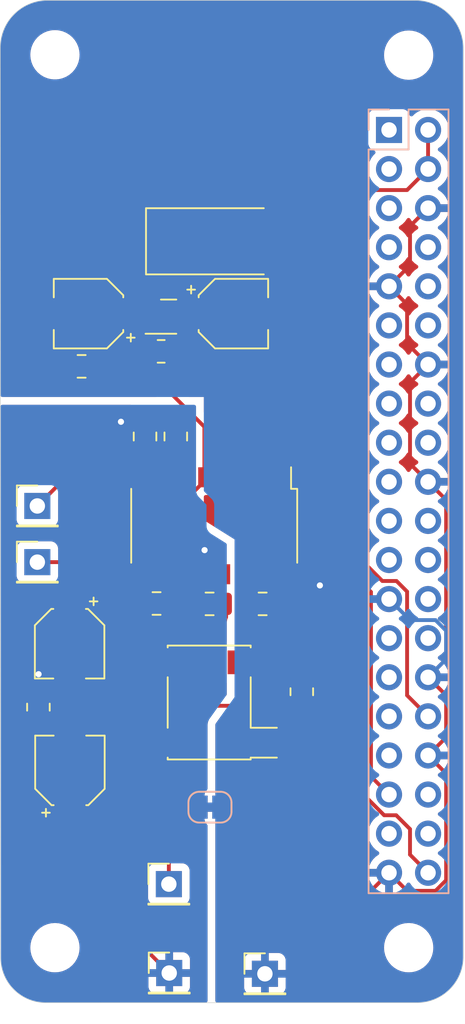
<source format=kicad_pcb>
(kicad_pcb (version 20221018) (generator pcbnew)
  (layers (0 "F.Cu" signal) (31 "B.Cu" signal) (34 "B.Paste" user) (35 "F.Paste" user) (36 "B.SilkS" user "B.Silkscreen") (37 "F.SilkS" user "F.Silkscreen") (38 "B.Mask" user) (39 "F.Mask" user) (44 "Edge.Cuts" user))
  (net 0 "")
  (net 1 "Net-(U2-MUTE_B)")
  (net 2 "GND")
  (net 3 "+3V3")
  (net 4 "GNDA")
  (net 5 "Net-(U2-VREG)")
  (net 6 "Net-(U2-NEG)")
  (net 7 "Net-(U2-CP)")
  (net 8 "Net-(U2-CN)")
  (net 9 "/AUDIO_RIGHT")
  (net 10 "/AUDIO_LEFT")
  (net 11 "/VIN")
  (net 12 "+5V")
  (net 17 "Net-(U1-OUT)")
  (net 18 "/I2S_BCLK")
  (net 19 "/I2S_LRCK")
  (net 20 "/SDA")
  (net 22 "/SCL")
  (net 23 "/GPIO4")
  (net 24 "/UART_TX")
  (net 25 "/UART_RX")
  (net 26 "/GPIO17")
  (net 27 "/GPIO18")
  (net 28 "/I2S_MCLK")
  (net 29 "/U0TXD")
  (net 30 "/U0RXD")
  (net 31 "/SPI_MOSI")
  (net 32 "/SPI_MISO")
  (net 33 "/DTR")
  (net 34 "/SPI_CLK")
  (net 35 "/SPI_CS")
  (net 36 "/GPIO7")
  (net 37 "/GPIO0")
  (net 38 "/GPIO1")
  (net 39 "/GPIO5")
  (net 40 "/GPIO6")
  (net 41 "/PWM1")
  (net 42 "/GPIO16")
  (net 43 "/RTS")
  (net 44 "/SPDIF")
  (net 45 "/I2S_DOUT")
  (net 46 "Net-(U5-EN)")
  (footprint "Package_SON:WSON-6-1EP_2x2mm_P0.65mm_EP1x1.6mm" (layer "F.Cu") (at 53.96 68.78)
    (fp_text reference "U5" hide)
    (fp_text value "LP5912-3.3DRV")
    (fp_line (start -1 1.11) (end 1 1.11) (stroke (width 0.12)) (layer "F.SilkS"))
    (fp_line (start 0 -1.11) (end 1 -1.11) (stroke (width 0.12)) (layer "F.SilkS"))
    (pad "1" smd roundrect (at -0.8875 -0.65) (size 0.375 0.4) (layers "F.Cu" "F.Paste" "F.Mask") (net 3 "+3V3"))
    (pad "2" smd roundrect (at -0.8875 0) (size 0.375 0.4) (layers "F.Cu" "F.Paste" "F.Mask"))
    (pad "3" smd roundrect (at -0.8875 0.65) (size 0.375 0.4) (layers "F.Cu" "F.Paste" "F.Mask"))
    (pad "4" smd roundrect (at 0.8875 0.65) (size 0.375 0.4) (layers "F.Cu" "F.Paste" "F.Mask") (net 46 "Net-(U5-EN)"))
    (pad "5" smd roundrect (at 0.8875 0) (size 0.375 0.4) (layers "F.Cu" "F.Paste" "F.Mask") (net 2 "GND"))
    (pad "6" smd roundrect (at 0.8875 -0.65) (size 0.375 0.4) (layers "F.Cu" "F.Paste" "F.Mask") (net 11 "/VIN"))
    (pad "7" smd rect (at 0 0) (size 1 1.6) (layers "F.Cu" "F.Mask") (net 2 "GND"))
  )
  (footprint "Resistor_SMD:R_0805_2012Metric" (layer "F.Cu") (at 63.125 93.15 -90)
    (fp_text reference "R1" hide)
    (fp_text value "100k" hide)
    (fp_line (start -0.227064 -0.735) (end 0.227064 -0.735) (stroke (width 0.12)) (layer "F.SilkS"))
    (fp_line (start -0.227064 0.735) (end 0.227064 0.735) (stroke (width 0.12)) (layer "F.SilkS"))
    (pad "1" smd roundrect (at -0.9125 0 270) (size 1.025 1.4) (layers "F.Cu" "F.Paste" "F.Mask") (roundrect_rratio 0.243902439) (net 1 "Net-(U2-MUTE_B)"))
    (pad "2" smd roundrect (at 0.9125 0 270) (size 1.025 1.4) (layers "F.Cu" "F.Paste" "F.Mask") (roundrect_rratio 0.243902439) (net 3 "+3V3"))
  )
  (footprint "Capacitor_SMD:C_0805_2012Metric" (layer "F.Cu") (at 57.1266 87.442)
    (fp_text reference "C4" hide)
    (fp_text value "1uF" hide)
    (fp_line (start -0.261252 -0.735) (end 0.261252 -0.735) (stroke (width 0.12)) (layer "F.SilkS"))
    (fp_line (start -0.261252 0.735) (end 0.261252 0.735) (stroke (width 0.12)) (layer "F.SilkS"))
    (pad "1" smd roundrect (at -0.95 0) (size 1 1.45) (layers "F.Cu" "F.Paste" "F.Mask") (net 6 "Net-(U2-NEG)"))
    (pad "2" smd roundrect (at 0.95 0) (size 1 1.45) (layers "F.Cu" "F.Paste" "F.Mask") (net 4 "GNDA"))
  )
  (footprint "Capacitor_SMD:CP_Elec_4x5.8" (layer "F.Cu") (at 58.675 68.585)
    (fp_text reference "C8" hide)
    (fp_text value "10uF/25V" hide)
    (fp_line (start -3 -1.56) (end -2.5 -1.56) (stroke (width 0.12)) (layer "F.SilkS"))
    (fp_line (start -2.75 -1.81) (end -2.75 -1.31) (stroke (width 0.12)) (layer "F.SilkS"))
    (fp_line (start -2.26 -1.195563) (end -2.26 -1.06) (stroke (width 0.12)) (layer "F.SilkS"))
    (fp_line (start -2.26 -1.195563) (end -1.195563 -2.26) (stroke (width 0.12)) (layer "F.SilkS"))
    (fp_line (start -2.26 1.195563) (end -2.26 1.06) (stroke (width 0.12)) (layer "F.SilkS"))
    (fp_line (start -2.26 1.195563) (end -1.195563 2.26) (stroke (width 0.12)) (layer "F.SilkS"))
    (fp_line (start -1.195563 -2.26) (end 2.26 -2.26) (stroke (width 0.12)) (layer "F.SilkS"))
    (fp_line (start -1.195563 2.26) (end 2.26 2.26) (stroke (width 0.12)) (layer "F.SilkS"))
    (fp_line (start 2.26 -2.26) (end 2.26 -1.06) (stroke (width 0.12)) (layer "F.SilkS"))
    (fp_line (start 2.26 2.26) (end 2.26 1.06) (stroke (width 0.12)) (layer "F.SilkS"))
    (pad "1" smd roundrect (at -1.8 0) (size 2.6 1.6) (layers "F.Cu" "F.Paste" "F.Mask") (roundrect_rratio 0.15625) (net 11 "/VIN"))
    (pad "2" smd roundrect (at 1.8 0) (size 2.6 1.6) (layers "F.Cu" "F.Paste" "F.Mask") (roundrect_rratio 0.15625) (net 2 "GND"))
  )
  (footprint "Connector_PinHeader_2.54mm:PinHeader_1x01_P2.54mm_Vertical" (layer "F.Cu") (at 60.725 111.475)
    (fp_text reference "J7" hide)
    (fp_text value "GND")
    (fp_line (start -1.33 -1.33) (end 0 -1.33) (stroke (width 0.12)) (layer "F.SilkS"))
    (fp_line (start -1.33 0) (end -1.33 -1.33) (stroke (width 0.12)) (layer "F.SilkS"))
    (fp_line (start -1.33 1.27) (end -1.33 1.33) (stroke (width 0.12)) (layer "F.SilkS"))
    (fp_line (start -1.33 1.27) (end 1.33 1.27) (stroke (width 0.12)) (layer "F.SilkS"))
    (fp_line (start -1.33 1.33) (end 1.33 1.33) (stroke (width 0.12)) (layer "F.SilkS"))
    (fp_line (start 1.33 1.27) (end 1.33 1.33) (stroke (width 0.12)) (layer "F.SilkS"))
    (pad "1" thru_hole rect (at 0 0) (size 1.7 1.7) (drill 1) (layers "*.Cu" "*.Mask") (net 2 "GND"))
  )
  (footprint "MountingHole:MountingHole_2.7mm_M2.5" (layer "F.Cu") (at 47.0662 109.7788)
    (fp_text reference "H4" hide)
    (fp_text value "MountingHole" hide)
    (pad "" np_thru_hole circle (at 0 0) (size 2.7 2.7) (drill 2.7) (layers "*.Cu" "*.Mask"))
  )
  (footprint "Connector_PinHeader_2.54mm:PinHeader_1x01_P2.54mm_Vertical" (layer "F.Cu") (at 45.92 81.08)
    (fp_text reference "J3" hide)
    (fp_text value "RIGHT" hide)
    (fp_line (start -1.33 -1.33) (end 0 -1.33) (stroke (width 0.12)) (layer "F.SilkS"))
    (fp_line (start -1.33 0) (end -1.33 -1.33) (stroke (width 0.12)) (layer "F.SilkS"))
    (fp_line (start -1.33 1.27) (end -1.33 1.33) (stroke (width 0.12)) (layer "F.SilkS"))
    (fp_line (start -1.33 1.27) (end 1.33 1.27) (stroke (width 0.12)) (layer "F.SilkS"))
    (fp_line (start -1.33 1.33) (end 1.33 1.33) (stroke (width 0.12)) (layer "F.SilkS"))
    (fp_line (start 1.33 1.27) (end 1.33 1.33) (stroke (width 0.12)) (layer "F.SilkS"))
    (pad "1" thru_hole rect (at 0 0) (size 1.7 1.7) (drill 1) (layers "*.Cu" "*.Mask") (net 9 "/AUDIO_RIGHT"))
  )
  (footprint "Capacitor_SMD:CP_Elec_4x5.8" (layer "F.Cu") (at 48.04 98.26 90)
    (fp_text reference "C3" hide)
    (fp_text value "10uF/25V" hide)
    (fp_line (start -3 -1.56) (end -2.5 -1.56) (stroke (width 0.12)) (layer "F.SilkS"))
    (fp_line (start -2.75 -1.81) (end -2.75 -1.31) (stroke (width 0.12)) (layer "F.SilkS"))
    (fp_line (start -2.26 -1.195563) (end -2.26 -1.06) (stroke (width 0.12)) (layer "F.SilkS"))
    (fp_line (start -2.26 -1.195563) (end -1.195563 -2.26) (stroke (width 0.12)) (layer "F.SilkS"))
    (fp_line (start -2.26 1.195563) (end -2.26 1.06) (stroke (width 0.12)) (layer "F.SilkS"))
    (fp_line (start -2.26 1.195563) (end -1.195563 2.26) (stroke (width 0.12)) (layer "F.SilkS"))
    (fp_line (start -1.195563 -2.26) (end 2.26 -2.26) (stroke (width 0.12)) (layer "F.SilkS"))
    (fp_line (start -1.195563 2.26) (end 2.26 2.26) (stroke (width 0.12)) (layer "F.SilkS"))
    (fp_line (start 2.26 -2.26) (end 2.26 -1.06) (stroke (width 0.12)) (layer "F.SilkS"))
    (fp_line (start 2.26 2.26) (end 2.26 1.06) (stroke (width 0.12)) (layer "F.SilkS"))
    (pad "1" smd roundrect (at -1.8 0 90) (size 2.6 1.6) (layers "F.Cu" "F.Paste" "F.Mask") (roundrect_rratio 0.15625) (net 5 "Net-(U2-VREG)"))
    (pad "2" smd roundrect (at 1.8 0 90) (size 2.6 1.6) (layers "F.Cu" "F.Paste" "F.Mask") (roundrect_rratio 0.15625) (net 4 "GNDA"))
  )
  (footprint "MountingHole:MountingHole_2.7mm_M2.5" (layer "F.Cu") (at 70.0786 109.7788)
    (fp_text reference "H3" hide)
    (fp_text value "MountingHole" hide)
    (pad "" np_thru_hole circle (at 0 0) (size 2.7 2.7) (drill 2.7) (layers "*.Cu" "*.Mask"))
  )
  (footprint "MountingHole:MountingHole_2.7mm_M2.5" (layer "F.Cu") (at 47.0662 51.7652)
    (fp_text reference "H1" hide)
    (fp_text value "MountingHole" hide)
    (pad "" np_thru_hole circle (at 0 0) (size 2.7 2.7) (drill 2.7) (layers "*.Cu" "*.Mask"))
  )
  (footprint "Jumper:SolderJumper-2_P1.3mm_Bridged_RoundedPad1.0x1.5mm" (layer "F.Cu") (at 57.15 100.65 180)
    (fp_text reference "NT1" hide)
    (fp_text value "NetTie_2" hide)
    (fp_poly (pts (xy 0.25 -0.3) (xy -0.25 -0.3) (xy -0.25 0.3) (xy 0.25 0.3)) (fill solid) (layer "F.Cu"))
    (fp_line (start -1.4 0.3) (end -1.4 -0.3) (stroke (width 0.12)) (layer "F.SilkS"))
    (fp_line (start -0.7 -1) (end 0.7 -1) (stroke (width 0.12)) (layer "F.SilkS"))
    (fp_line (start 0.7 1) (end -0.7 1) (stroke (width 0.12)) (layer "F.SilkS"))
    (fp_line (start 1.4 -0.3) (end 1.4 0.3) (stroke (width 0.12)) (layer "F.SilkS"))
    (fp_arc (start -1.4 -0.3) (mid -1.194975 -0.794975) (end -0.7 -1) (stroke (width 0.12)) (layer "F.SilkS"))
    (fp_arc (start -0.7 1) (mid -1.194975 0.794975) (end -1.4 0.3) (stroke (width 0.12)) (layer "F.SilkS"))
    (fp_arc (start 0.7 -1) (mid 1.194975 -0.794975) (end 1.4 -0.3) (stroke (width 0.12)) (layer "F.SilkS"))
    (fp_arc (start 1.4 0.3) (mid 1.194975 0.794975) (end 0.7 1) (stroke (width 0.12)) (layer "F.SilkS"))
    (pad "1" smd custom (at -0.65 0 180) (size 1 0.5) (layers "F.Cu" "F.Mask") (net 2 "GND") (options (clearance outline) (anchor rect)) (primitives (gr_circle (center 0 0.25) (end 0.5 0.25) (width 0) (fill yes)) (gr_circle (center 0 -0.25) (end 0.5 -0.25) (width 0) (fill yes)) (gr_poly (pts (xy 0.5 0.75) (xy 0 0.75) (xy 0 -0.75) (xy 0.5 -0.75)) (width 0) (fill yes))))
    (pad "2" smd custom (at 0.65 0 180) (size 1 0.5) (layers "F.Cu" "F.Mask") (net 4 "GNDA") (options (clearance outline) (anchor rect)) (primitives (gr_circle (center 0 0.25) (end 0.5 0.25) (width 0) (fill yes)) (gr_circle (center 0 -0.25) (end 0.5 -0.25) (width 0) (fill yes)) (gr_poly (pts (xy 0 0.75) (xy -0.5 0.75) (xy -0.5 -0.75) (xy 0 -0.75)) (width 0) (fill yes))))
  )
  (footprint "Capacitor_SMD:CP_Elec_4x5.8" (layer "F.Cu") (at 48.02 90.03 -90)
    (fp_text reference "C2" hide)
    (fp_text value "2.2uF/50V" hide)
    (fp_line (start -3 -1.56) (end -2.5 -1.56) (stroke (width 0.12)) (layer "F.SilkS"))
    (fp_line (start -2.75 -1.81) (end -2.75 -1.31) (stroke (width 0.12)) (layer "F.SilkS"))
    (fp_line (start -2.26 -1.195563) (end -2.26 -1.06) (stroke (width 0.12)) (layer "F.SilkS"))
    (fp_line (start -2.26 -1.195563) (end -1.195563 -2.26) (stroke (width 0.12)) (layer "F.SilkS"))
    (fp_line (start -2.26 1.195563) (end -2.26 1.06) (stroke (width 0.12)) (layer "F.SilkS"))
    (fp_line (start -2.26 1.195563) (end -1.195563 2.26) (stroke (width 0.12)) (layer "F.SilkS"))
    (fp_line (start -1.195563 -2.26) (end 2.26 -2.26) (stroke (width 0.12)) (layer "F.SilkS"))
    (fp_line (start -1.195563 2.26) (end 2.26 2.26) (stroke (width 0.12)) (layer "F.SilkS"))
    (fp_line (start 2.26 -2.26) (end 2.26 -1.06) (stroke (width 0.12)) (layer "F.SilkS"))
    (fp_line (start 2.26 2.26) (end 2.26 1.06) (stroke (width 0.12)) (layer "F.SilkS"))
    (pad "1" smd roundrect (at -1.8 0 270) (size 2.6 1.6) (layers "F.Cu" "F.Paste" "F.Mask") (roundrect_rratio 0.15625) (net 3 "+3V3"))
    (pad "2" smd roundrect (at 1.8 0 270) (size 2.6 1.6) (layers "F.Cu" "F.Paste" "F.Mask") (roundrect_rratio 0.15625) (net 4 "GNDA"))
  )
  (footprint "Capacitor_SMD:CP_Elec_4x5.8" (layer "F.Cu") (at 49.25 68.585 180)
    (fp_text reference "C9" hide)
    (fp_text value "10uF/25V" hide)
    (fp_line (start -3 -1.56) (end -2.5 -1.56) (stroke (width 0.12)) (layer "F.SilkS"))
    (fp_line (start -2.75 -1.81) (end -2.75 -1.31) (stroke (width 0.12)) (layer "F.SilkS"))
    (fp_line (start -2.26 -1.195563) (end -2.26 -1.06) (stroke (width 0.12)) (layer "F.SilkS"))
    (fp_line (start -2.26 -1.195563) (end -1.195563 -2.26) (stroke (width 0.12)) (layer "F.SilkS"))
    (fp_line (start -2.26 1.195563) (end -2.26 1.06) (stroke (width 0.12)) (layer "F.SilkS"))
    (fp_line (start -2.26 1.195563) (end -1.195563 2.26) (stroke (width 0.12)) (layer "F.SilkS"))
    (fp_line (start -1.195563 -2.26) (end 2.26 -2.26) (stroke (width 0.12)) (layer "F.SilkS"))
    (fp_line (start -1.195563 2.26) (end 2.26 2.26) (stroke (width 0.12)) (layer "F.SilkS"))
    (fp_line (start 2.26 -2.26) (end 2.26 -1.06) (stroke (width 0.12)) (layer "F.SilkS"))
    (fp_line (start 2.26 2.26) (end 2.26 1.06) (stroke (width 0.12)) (layer "F.SilkS"))
    (pad "1" smd roundrect (at -1.8 0 180) (size 2.6 1.6) (layers "F.Cu" "F.Paste" "F.Mask") (roundrect_rratio 0.15625) (net 3 "+3V3"))
    (pad "2" smd roundrect (at 1.8 0 180) (size 2.6 1.6) (layers "F.Cu" "F.Paste" "F.Mask") (roundrect_rratio 0.15625) (net 2 "GND"))
  )
  (footprint "Capacitor_SMD:C_0805_2012Metric" (layer "F.Cu") (at 60.5766 87.442 180)
    (fp_text reference "C1" hide)
    (fp_text value "2.2uF" hide)
    (fp_line (start -0.261252 -0.735) (end 0.261252 -0.735) (stroke (width 0.12)) (layer "F.SilkS"))
    (fp_line (start -0.261252 0.735) (end 0.261252 0.735) (stroke (width 0.12)) (layer "F.SilkS"))
    (pad "1" smd roundrect (at -0.95 0 180) (size 1 1.45) (layers "F.Cu" "F.Paste" "F.Mask") (net 1 "Net-(U2-MUTE_B)"))
    (pad "2" smd roundrect (at 0.95 0 180) (size 1 1.45) (layers "F.Cu" "F.Paste" "F.Mask") (net 2 "GND"))
  )
  (footprint "Diode_SMD:D_SMA-SMB_Universal_Handsoldering" (layer "F.Cu") (at 57.95 63.885)
    (fp_text reference "D1" hide)
    (fp_text value "1N5822/SS34/SMA" hide)
    (fp_line (start -4.96 -2.15) (end -4.96 2.15) (stroke (width 0.12)) (layer "F.SilkS"))
    (fp_line (start -4.96 -2.15) (end 2.7 -2.15) (stroke (width 0.12)) (layer "F.SilkS"))
    (fp_line (start -4.96 2.15) (end 2.7 2.15) (stroke (width 0.12)) (layer "F.SilkS"))
    (pad "1" smd trapezoid (at -2.9 0) (size 3.6 1.7) (rect_delta 0.6 0) (layers "F.Cu" "F.Paste" "F.Mask") (net 11 "/VIN"))
    (pad "2" smd trapezoid (at 2.9 0 180) (size 3.6 1.7) (rect_delta 0.6 0) (layers "F.Cu" "F.Paste" "F.Mask") (net 12 "+5V"))
  )
  (footprint "Capacitor_SMD:C_0805_2012Metric" (layer "F.Cu") (at 53.6766 87.417)
    (fp_text reference "C5" hide)
    (fp_text value "1uF" hide)
    (fp_line (start -0.261252 -0.735) (end 0.261252 -0.735) (stroke (width 0.12)) (layer "F.SilkS"))
    (fp_line (start -0.261252 0.735) (end 0.261252 0.735) (stroke (width 0.12)) (layer "F.SilkS"))
    (pad "1" smd roundrect (at -0.95 0) (size 1 1.45) (layers "F.Cu" "F.Paste" "F.Mask") (net 7 "Net-(U2-CP)"))
    (pad "2" smd roundrect (at 0.95 0) (size 1 1.45) (layers "F.Cu" "F.Paste" "F.Mask") (net 8 "Net-(U2-CN)"))
  )
  (footprint "Capacitor_SMD:C_0805_2012Metric" (layer "F.Cu") (at 52.9266 76.567 90)
    (fp_text reference "C6" hide)
    (fp_text value "4.7nF" hide)
    (fp_line (start -0.261252 -0.735) (end 0.261252 -0.735) (stroke (width 0.12)) (layer "F.SilkS"))
    (fp_line (start -0.261252 0.735) (end 0.261252 0.735) (stroke (width 0.12)) (layer "F.SilkS"))
    (pad "1" smd roundrect (at -0.95 0 90) (size 1 1.45) (layers "F.Cu" "F.Paste" "F.Mask") (net 9 "/AUDIO_RIGHT"))
    (pad "2" smd roundrect (at 0.95 0 90) (size 1 1.45) (layers "F.Cu" "F.Paste" "F.Mask") (net 4 "GNDA"))
  )
  (footprint "Connector_PinHeader_2.54mm:PinHeader_1x01_P2.54mm_Vertical" (layer "F.Cu") (at 54.5 111.425)
    (fp_text reference "J8" hide)
    (fp_text value "GNDA")
    (fp_line (start -1.33 -1.33) (end 0 -1.33) (stroke (width 0.12)) (layer "F.SilkS"))
    (fp_line (start -1.33 0) (end -1.33 -1.33) (stroke (width 0.12)) (layer "F.SilkS"))
    (fp_line (start -1.33 1.27) (end -1.33 1.33) (stroke (width 0.12)) (layer "F.SilkS"))
    (fp_line (start -1.33 1.27) (end 1.33 1.27) (stroke (width 0.12)) (layer "F.SilkS"))
    (fp_line (start -1.33 1.33) (end 1.33 1.33) (stroke (width 0.12)) (layer "F.SilkS"))
    (fp_line (start 1.33 1.27) (end 1.33 1.33) (stroke (width 0.12)) (layer "F.SilkS"))
    (pad "1" thru_hole rect (at 0 0) (size 1.7 1.7) (drill 1) (layers "*.Cu" "*.Mask") (net 4 "GNDA"))
  )
  (footprint "Capacitor_SMD:C_0805_2012Metric" (layer "F.Cu") (at 54.9266 76.567 90)
    (fp_text reference "C7" hide)
    (fp_text value "4.7nF" hide)
    (fp_line (start -0.261252 -0.735) (end 0.261252 -0.735) (stroke (width 0.12)) (layer "F.SilkS"))
    (fp_line (start -0.261252 0.735) (end 0.261252 0.735) (stroke (width 0.12)) (layer "F.SilkS"))
    (pad "1" smd roundrect (at -0.95 0 90) (size 1 1.45) (layers "F.Cu" "F.Paste" "F.Mask") (net 10 "/AUDIO_LEFT"))
    (pad "2" smd roundrect (at 0.95 0 90) (size 1 1.45) (layers "F.Cu" "F.Paste" "F.Mask") (net 4 "GNDA"))
  )
  (footprint "Connector_PinHeader_2.54mm:PinHeader_1x01_P2.54mm_Vertical" (layer "F.Cu") (at 45.92 84.73)
    (fp_text reference "J2" hide)
    (fp_text value "LEFT" hide)
    (fp_line (start -1.33 -1.33) (end 0 -1.33) (stroke (width 0.12)) (layer "F.SilkS"))
    (fp_line (start -1.33 0) (end -1.33 -1.33) (stroke (width 0.12)) (layer "F.SilkS"))
    (fp_line (start -1.33 1.27) (end -1.33 1.33) (stroke (width 0.12)) (layer "F.SilkS"))
    (fp_line (start -1.33 1.27) (end 1.33 1.27) (stroke (width 0.12)) (layer "F.SilkS"))
    (fp_line (start -1.33 1.33) (end 1.33 1.33) (stroke (width 0.12)) (layer "F.SilkS"))
    (fp_line (start 1.33 1.27) (end 1.33 1.33) (stroke (width 0.12)) (layer "F.SilkS"))
    (pad "1" thru_hole rect (at 0 0) (size 1.7 1.7) (drill 1) (layers "*.Cu" "*.Mask") (net 10 "/AUDIO_LEFT"))
  )
  (footprint "Capacitor_SMD:C_0805_2012Metric" (layer "F.Cu") (at 48.8 72.01 180)
    (fp_text reference "C10" hide)
    (fp_text value "1uF" hide)
    (fp_line (start -0.261252 -0.735) (end 0.261252 -0.735) (stroke (width 0.12)) (layer "F.SilkS"))
    (fp_line (start -0.261252 0.735) (end 0.261252 0.735) (stroke (width 0.12)) (layer "F.SilkS"))
    (pad "1" smd roundrect (at -0.95 0 180) (size 1 1.45) (layers "F.Cu" "F.Paste" "F.Mask") (net 3 "+3V3"))
    (pad "2" smd roundrect (at 0.95 0 180) (size 1 1.45) (layers "F.Cu" "F.Paste" "F.Mask") (net 2 "GND"))
  )
  (footprint "Package_SO:SOP-16_4.4x10.4mm_P1.27mm" (layer "F.Cu") (at 57.4266 82.367 -90)
    (fp_text reference "U2" hide)
    (fp_text value "ES9023" hide)
    (fp_line (start -2.4 -5.4) (end -2.4 -5) (stroke (width 0.12)) (layer "F.SilkS"))
    (fp_line (start -2.4 -5.4) (end 2.4 -5.4) (stroke (width 0.12)) (layer "F.SilkS"))
    (fp_line (start -2.4 -5) (end -3.8 -5) (stroke (width 0.12)) (layer "F.SilkS"))
    (fp_line (start -2.4 5.4) (end 2.4 5.4) (stroke (width 0.12)) (layer "F.SilkS"))
    (pad "1" smd rect (at -3.15 -4.45 270) (size 1.3 0.8) (layers "F.Cu" "F.Paste" "F.Mask") (net 18 "/I2S_BCLK"))
    (pad "2" smd rect (at -3.15 -3.17 270) (size 1.3 0.8) (layers "F.Cu" "F.Paste" "F.Mask") (net 19 "/I2S_LRCK"))
    (pad "3" smd rect (at -3.15 -1.91 270) (size 1.3 0.8) (layers "F.Cu" "F.Paste" "F.Mask") (net 45 "/I2S_DOUT"))
    (pad "4" smd rect (at -3.15 -0.64 270) (size 1.3 0.8) (layers "F.Cu" "F.Paste" "F.Mask") (net 2 "GND"))
    (pad "5" smd rect (at -3.15 0.64 270) (size 1.3 0.8) (layers "F.Cu" "F.Paste" "F.Mask") (net 3 "+3V3"))
    (pad "6" smd rect (at -3.15 1.91 270) (size 1.3 0.8) (layers "F.Cu" "F.Paste" "F.Mask") (net 5 "Net-(U2-VREG)"))
    (pad "7" smd rect (at -3.15 3.17 270) (size 1.3 0.8) (layers "F.Cu" "F.Paste" "F.Mask") (net 10 "/AUDIO_LEFT"))
    (pad "8" smd rect (at -3.15 4.45 270) (size 1.3 0.8) (layers "F.Cu" "F.Paste" "F.Mask") (net 9 "/AUDIO_RIGHT"))
    (pad "9" smd rect (at 3.15 4.45 270) (size 1.3 0.8) (layers "F.Cu" "F.Paste" "F.Mask") (net 7 "Net-(U2-CP)"))
    (pad "10" smd rect (at 3.15 3.17 270) (size 1.3 0.8) (layers "F.Cu" "F.Paste" "F.Mask") (net 8 "Net-(U2-CN)"))
    (pad "11" smd rect (at 3.15 1.91 270) (size 1.3 0.8) (layers "F.Cu" "F.Paste" "F.Mask") (net 6 "Net-(U2-NEG)"))
    (pad "12" smd rect (at 3.15 0.64 270) (size 1.3 0.8) (layers "F.Cu" "F.Paste" "F.Mask") (net 4 "GNDA"))
    (pad "13" smd rect (at 3.15 -0.64 270) (size 1.3 0.8) (layers "F.Cu" "F.Paste" "F.Mask") (net 17 "Net-(U1-OUT)"))
    (pad "14" smd rect (at 3.15 -1.91 270) (size 1.3 0.8) (layers "F.Cu" "F.Paste" "F.Mask") (net 2 "GND"))
    (pad "15" smd rect (at 3.15 -3.17 270) (size 1.3 0.8) (layers "F.Cu" "F.Paste" "F.Mask") (net 1 "Net-(U2-MUTE_B)"))
    (pad "16" smd rect (at 3.15 -4.45 270) (size 1.3 0.8) (layers "F.Cu" "F.Paste" "F.Mask"))
  )
  (footprint "MountingHole:MountingHole_2.7mm_M2.5" (layer "F.Cu") (at 70.0786 51.7906)
    (fp_text reference "H2" hide)
    (fp_text value "MountingHole" hide)
    (pad "" np_thru_hole circle (at 0 0) (size 2.7 2.7) (drill 2.7) (layers "*.Cu" "*.Mask"))
  )
  (footprint "Connector_PinHeader_2.54mm:PinHeader_1x01_P2.54mm_Vertical" (layer "F.Cu") (at 54.475 105.65)
    (fp_text reference "J6" hide)
    (fp_text value "3v3")
    (fp_line (start -1.33 -1.33) (end 0 -1.33) (stroke (width 0.12)) (layer "F.SilkS"))
    (fp_line (start -1.33 0) (end -1.33 -1.33) (stroke (width 0.12)) (layer "F.SilkS"))
    (fp_line (start -1.33 1.27) (end -1.33 1.33) (stroke (width 0.12)) (layer "F.SilkS"))
    (fp_line (start -1.33 1.27) (end 1.33 1.27) (stroke (width 0.12)) (layer "F.SilkS"))
    (fp_line (start -1.33 1.33) (end 1.33 1.33) (stroke (width 0.12)) (layer "F.SilkS"))
    (fp_line (start 1.33 1.27) (end 1.33 1.33) (stroke (width 0.12)) (layer "F.SilkS"))
    (pad "1" thru_hole rect (at 0 0) (size 1.7 1.7) (drill 1) (layers "*.Cu" "*.Mask") (net 3 "+3V3"))
  )
  (footprint "Resistor_SMD:R_0805_2012Metric" (layer "F.Cu") (at 45.99 94.15 -90)
    (fp_text reference "R2" hide)
    (fp_text value "220k" hide)
    (fp_line (start -0.227064 -0.735) (end 0.227064 -0.735) (stroke (width 0.12)) (layer "F.SilkS"))
    (fp_line (start -0.227064 0.735) (end 0.227064 0.735) (stroke (width 0.12)) (layer "F.SilkS"))
    (pad "1" smd roundrect (at -0.9125 0 270) (size 1.025 1.4) (layers "F.Cu" "F.Paste" "F.Mask") (roundrect_rratio 0.243902439) (net 4 "GNDA"))
    (pad "2" smd roundrect (at 0.9125 0 270) (size 1.025 1.4) (layers "F.Cu" "F.Paste" "F.Mask") (roundrect_rratio 0.243902439) (net 5 "Net-(U2-VREG)"))
  )
  (footprint "Oscillator:Oscillator_SMD_Fordahl_DFAS11-4Pin_7.0x5.0mm_HandSoldering" (layer "F.Cu") (at 57.1 93.85 90)
    (fp_text reference "U1" hide)
    (fp_text value "TCXO 49.152 MHz" hide)
    (fp_line (start -3.7 -2.7) (end -3.58 -2.7) (stroke (width 0.12)) (layer "F.SilkS"))
    (fp_line (start -3.7 2.7) (end -3.7 -2.7) (stroke (width 0.12)) (layer "F.SilkS"))
    (fp_line (start -3.58 2.7) (end -3.7 2.7) (stroke (width 0.12)) (layer "F.SilkS"))
    (fp_line (start -3.58 4.4) (end -3.58 2.7) (stroke (width 0.12)) (layer "F.SilkS"))
    (fp_line (start -1.64 -2.7) (end 1.64 -2.7) (stroke (width 0.12)) (layer "F.SilkS"))
    (fp_line (start -1.64 2.7) (end -1.64 4.4) (stroke (width 0.12)) (layer "F.SilkS"))
    (fp_line (start 1.64 2.7) (end -1.64 2.7) (stroke (width 0.12)) (layer "F.SilkS"))
    (fp_line (start 3.58 -2.7) (end 3.7 -2.7) (stroke (width 0.12)) (layer "F.SilkS"))
    (fp_line (start 3.7 -2.7) (end 3.7 2.7) (stroke (width 0.12)) (layer "F.SilkS"))
    (fp_line (start 3.7 2.7) (end 3.58 2.7) (stroke (width 0.12)) (layer "F.SilkS"))
    (pad "1" smd rect (at -2.61 2.7 90) (size 1.54 3) (layers "F.Cu" "F.Paste" "F.Mask"))
    (pad "2" smd rect (at 2.61 2.7 90) (size 1.54 3) (layers "F.Cu" "F.Paste" "F.Mask") (net 2 "GND"))
    (pad "3" smd rect (at 2.61 -2.7 90) (size 1.54 3) (layers "F.Cu" "F.Paste" "F.Mask") (net 17 "Net-(U1-OUT)"))
    (pad "4" smd rect (at -2.61 -2.7 90) (size 1.54 3) (layers "F.Cu" "F.Paste" "F.Mask") (net 3 "+3V3"))
  )
  (footprint "Resistor_SMD:R_0805_2012Metric" (layer "F.Cu") (at 53.975 71.035)
    (fp_text reference "R3" hide)
    (fp_text value "100k" hide)
    (fp_line (start -0.227064 -0.735) (end 0.227064 -0.735) (stroke (width 0.12)) (layer "F.SilkS"))
    (fp_line (start -0.227064 0.735) (end 0.227064 0.735) (stroke (width 0.12)) (layer "F.SilkS"))
    (pad "1" smd roundrect (at -0.9125 0) (size 1.025 1.4) (layers "F.Cu" "F.Paste" "F.Mask") (roundrect_rratio 0.243902439) (net 46 "Net-(U5-EN)"))
    (pad "2" smd roundrect (at 0.9125 0) (size 1.025 1.4) (layers "F.Cu" "F.Paste" "F.Mask") (roundrect_rratio 0.243902439) (net 11 "/VIN"))
  )
  (footprint "Jumper:SolderJumper-2_P1.3mm_Bridged_RoundedPad1.0x1.5mm" (layer "B.Cu") (at 57.15 100.65 180)
    (fp_text reference "NT2" hide)
    (fp_text value "NetTie_2" hide)
    (fp_poly (pts (xy 0.25 0.3) (xy -0.25 0.3) (xy -0.25 -0.3) (xy 0.25 -0.3)) (fill solid) (layer "B.Cu"))
    (fp_line (start -1.4 -0.3) (end -1.4 0.3) (stroke (width 0.12)) (layer "B.SilkS"))
    (fp_line (start -0.7 1) (end 0.7 1) (stroke (width 0.12)) (layer "B.SilkS"))
    (fp_line (start 0.7 -1) (end -0.7 -1) (stroke (width 0.12)) (layer "B.SilkS"))
    (fp_line (start 1.4 0.3) (end 1.4 -0.3) (stroke (width 0.12)) (layer "B.SilkS"))
    (fp_arc (start -1.4 -0.3) (mid -1.194975 -0.794975) (end -0.7 -1) (stroke (width 0.12)) (layer "B.SilkS"))
    (fp_arc (start -0.7 1) (mid -1.194975 0.794975) (end -1.4 0.3) (stroke (width 0.12)) (layer "B.SilkS"))
    (fp_arc (start 0.7 -1) (mid 1.194975 -0.794975) (end 1.4 -0.3) (stroke (width 0.12)) (layer "B.SilkS"))
    (fp_arc (start 1.4 0.3) (mid 1.194975 0.794975) (end 0.7 1) (stroke (width 0.12)) (layer "B.SilkS"))
    (pad "1" smd custom (at -0.65 0 180) (size 1 0.5) (layers "B.Cu" "B.Mask") (net 2 "GND") (options (clearance outline) (anchor rect)) (primitives (gr_circle (center 0 -0.25) (end 0.5 -0.25) (width 0) (fill yes)) (gr_circle (center 0 0.25) (end 0.5 0.25) (width 0) (fill yes)) (gr_poly (pts (xy 0.5 -0.75) (xy 0 -0.75) (xy 0 0.75) (xy 0.5 0.75)) (width 0) (fill yes))))
    (pad "2" smd custom (at 0.65 0 180) (size 1 0.5) (layers "B.Cu" "B.Mask") (net 4 "GNDA") (options (clearance outline) (anchor rect)) (primitives (gr_circle (center 0 -0.25) (end 0.5 -0.25) (width 0) (fill yes)) (gr_circle (center 0 0.25) (end 0.5 0.25) (width 0) (fill yes)) (gr_poly (pts (xy 0 -0.75) (xy -0.5 -0.75) (xy -0.5 0.75) (xy 0 0.75)) (width 0) (fill yes))))
  )
  (footprint "Connector_PinSocket_2.54mm:PinSocket_2x20_P2.54mm_Vertical" (layer "B.Cu") (at 68.8 56.65 180)
    (fp_text reference "J1" hide)
    (fp_text value "Raspberry_Pi_2_3" hide)
    (fp_line (start -3.87 -49.59) (end 1.33 -49.59) (stroke (width 0.12)) (layer "B.SilkS"))
    (fp_line (start -3.87 1.33) (end -3.87 -49.59) (stroke (width 0.12)) (layer "B.SilkS"))
    (fp_line (start -3.87 1.33) (end -1.27 1.33) (stroke (width 0.12)) (layer "B.SilkS"))
    (fp_line (start -1.27 -1.27) (end 1.33 -1.27) (stroke (width 0.12)) (layer "B.SilkS"))
    (fp_line (start -1.27 1.33) (end -1.27 -1.27) (stroke (width 0.12)) (layer "B.SilkS"))
    (fp_line (start 0 1.33) (end 1.33 1.33) (stroke (width 0.12)) (layer "B.SilkS"))
    (fp_line (start 1.33 -1.27) (end 1.33 -49.59) (stroke (width 0.12)) (layer "B.SilkS"))
    (fp_line (start 1.33 1.33) (end 1.33 0) (stroke (width 0.12)) (layer "B.SilkS"))
    (pad "1" thru_hole rect (at 0 0 180) (size 1.7 1.7) (drill 1) (layers "*.Cu" "*.Mask"))
    (pad "2" thru_hole oval (at -2.54 0 180) (size 1.7 1.7) (drill 1) (layers "*.Cu" "*.Mask") (net 12 "+5V"))
    (pad "3" thru_hole oval (at 0 -2.54 180) (size 1.7 1.7) (drill 1) (layers "*.Cu" "*.Mask") (net 20 "/SDA"))
    (pad "4" thru_hole oval (at -2.54 -2.54 180) (size 1.7 1.7) (drill 1) (layers "*.Cu" "*.Mask") (net 12 "+5V"))
    (pad "5" thru_hole oval (at 0 -5.08 180) (size 1.7 1.7) (drill 1) (layers "*.Cu" "*.Mask") (net 22 "/SCL"))
    (pad "6" thru_hole oval (at -2.54 -5.08 180) (size 1.7 1.7) (drill 1) (layers "*.Cu" "*.Mask") (net 2 "GND"))
    (pad "7" thru_hole oval (at 0 -7.62 180) (size 1.7 1.7) (drill 1) (layers "*.Cu" "*.Mask") (net 23 "/GPIO4"))
    (pad "8" thru_hole oval (at -2.54 -7.62 180) (size 1.7 1.7) (drill 1) (layers "*.Cu" "*.Mask") (net 24 "/UART_TX"))
    (pad "9" thru_hole oval (at 0 -10.16 180) (size 1.7 1.7) (drill 1) (layers "*.Cu" "*.Mask") (net 2 "GND"))
    (pad "10" thru_hole oval (at -2.54 -10.16 180) (size 1.7 1.7) (drill 1) (layers "*.Cu" "*.Mask") (net 25 "/UART_RX"))
    (pad "11" thru_hole oval (at 0 -12.7 180) (size 1.7 1.7) (drill 1) (layers "*.Cu" "*.Mask") (net 26 "/GPIO17"))
    (pad "12" thru_hole oval (at -2.54 -12.7 180) (size 1.7 1.7) (drill 1) (layers "*.Cu" "*.Mask") (net 27 "/GPIO18"))
    (pad "13" thru_hole oval (at 0 -15.24 180) (size 1.7 1.7) (drill 1) (layers "*.Cu" "*.Mask"))
    (pad "14" thru_hole oval (at -2.54 -15.24 180) (size 1.7 1.7) (drill 1) (layers "*.Cu" "*.Mask") (net 2 "GND"))
    (pad "15" thru_hole oval (at 0 -17.78 180) (size 1.7 1.7) (drill 1) (layers "*.Cu" "*.Mask") (net 28 "/I2S_MCLK"))
    (pad "16" thru_hole oval (at -2.54 -17.78 180) (size 1.7 1.7) (drill 1) (layers "*.Cu" "*.Mask") (net 29 "/U0TXD"))
    (pad "17" thru_hole oval (at 0 -20.32 180) (size 1.7 1.7) (drill 1) (layers "*.Cu" "*.Mask"))
    (pad "18" thru_hole oval (at -2.54 -20.32 180) (size 1.7 1.7) (drill 1) (layers "*.Cu" "*.Mask") (net 30 "/U0RXD"))
    (pad "19" thru_hole oval (at 0 -22.86 180) (size 1.7 1.7) (drill 1) (layers "*.Cu" "*.Mask") (net 31 "/SPI_MOSI"))
    (pad "20" thru_hole oval (at -2.54 -22.86 180) (size 1.7 1.7) (drill 1) (layers "*.Cu" "*.Mask") (net 2 "GND"))
    (pad "21" thru_hole oval (at 0 -25.4 180) (size 1.7 1.7) (drill 1) (layers "*.Cu" "*.Mask") (net 32 "/SPI_MISO"))
    (pad "22" thru_hole oval (at -2.54 -25.4 180) (size 1.7 1.7) (drill 1) (layers "*.Cu" "*.Mask") (net 33 "/DTR"))
    (pad "23" thru_hole oval (at 0 -27.94 180) (size 1.7 1.7) (drill 1) (layers "*.Cu" "*.Mask") (net 34 "/SPI_CLK"))
    (pad "24" thru_hole oval (at -2.54 -27.94 180) (size 1.7 1.7) (drill 1) (layers "*.Cu" "*.Mask") (net 35 "/SPI_CS"))
    (pad "25" thru_hole oval (at 0 -30.48 180) (size 1.7 1.7) (drill 1) (layers "*.Cu" "*.Mask") (net 2 "GND"))
    (pad "26" thru_hole oval (at -2.54 -30.48 180) (size 1.7 1.7) (drill 1) (layers "*.Cu" "*.Mask") (net 36 "/GPIO7"))
    (pad "27" thru_hole oval (at 0 -33.02 180) (size 1.7 1.7) (drill 1) (layers "*.Cu" "*.Mask") (net 37 "/GPIO0"))
    (pad "28" thru_hole oval (at -2.54 -33.02 180) (size 1.7 1.7) (drill 1) (layers "*.Cu" "*.Mask") (net 38 "/GPIO1"))
    (pad "29" thru_hole oval (at 0 -35.56 180) (size 1.7 1.7) (drill 1) (layers "*.Cu" "*.Mask") (net 39 "/GPIO5"))
    (pad "30" thru_hole oval (at -2.54 -35.56 180) (size 1.7 1.7) (drill 1) (layers "*.Cu" "*.Mask") (net 2 "GND"))
    (pad "31" thru_hole oval (at 0 -38.1 180) (size 1.7 1.7) (drill 1) (layers "*.Cu" "*.Mask") (net 40 "/GPIO6"))
    (pad "32" thru_hole oval (at -2.54 -38.1 180) (size 1.7 1.7) (drill 1) (layers "*.Cu" "*.Mask") (net 18 "/I2S_BCLK"))
    (pad "33" thru_hole oval (at 0 -40.64 180) (size 1.7 1.7) (drill 1) (layers "*.Cu" "*.Mask") (net 41 "/PWM1"))
    (pad "34" thru_hole oval (at -2.54 -40.64 180) (size 1.7 1.7) (drill 1) (layers "*.Cu" "*.Mask") (net 2 "GND"))
    (pad "35" thru_hole oval (at 0 -43.18 180) (size 1.7 1.7) (drill 1) (layers "*.Cu" "*.Mask") (net 19 "/I2S_LRCK"))
    (pad "36" thru_hole oval (at -2.54 -43.18 180) (size 1.7 1.7) (drill 1) (layers "*.Cu" "*.Mask") (net 42 "/GPIO16"))
    (pad "37" thru_hole oval (at 0 -45.72 180) (size 1.7 1.7) (drill 1) (layers "*.Cu" "*.Mask") (net 43 "/RTS"))
    (pad "38" thru_hole oval (at -2.54 -45.72 180) (size 1.7 1.7) (drill 1) (layers "*.Cu" "*.Mask") (net 44 "/SPDIF"))
    (pad "39" thru_hole oval (at 0 -48.26 180) (size 1.7 1.7) (drill 1) (layers "*.Cu" "*.Mask") (net 2 "GND"))
    (pad "40" thru_hole oval (at -2.54 -48.26 180) (size 1.7 1.7) (drill 1) (layers "*.Cu" "*.Mask") (net 45 "/I2S_DOUT"))
  )
  (gr_line (start 67.132 113.3522) (end 50.0124 113.3522) (stroke (width 0.0381)) (layer "Edge.Cuts"))
  (gr_line (start 46.5834 48.2266) (end 70.5102 48.2266) (stroke (width 0.0381)) (layer "Edge.Cuts"))
  (gr_arc (start 43.51 51.3) (mid 44.410178 49.126778) (end 46.5834 48.2266) (stroke (width 0.0381)) (layer "Edge.Cuts"))
  (gr_arc (start 70.5102 48.2266) (mid 72.719343 49.141657) (end 73.6344 51.3508) (stroke (width 0.0381)) (layer "Edge.Cuts"))
  (gr_arc (start 73.6344 110.3296) (mid 72.765541 112.465211) (end 70.637306 113.351986) (stroke (width 0.0381)) (layer "Edge.Cuts"))
  (gr_line (start 73.6344 51.3508) (end 73.6344 83.8164) (stroke (width 0.0381)) (layer "Edge.Cuts"))
  (gr_line (start 43.5354 110.4312) (end 43.51 51.3) (stroke (width 0.0381)) (layer "Edge.Cuts"))
  (gr_arc (start 46.4564 113.3522) (mid 44.390941 112.496659) (end 43.5354 110.4312) (stroke (width 0.0381)) (layer "Edge.Cuts"))
  (gr_line (start 70.637306 113.351986) (end 67.132 113.3522) (stroke (width 0.0381)) (layer "Edge.Cuts"))
  (gr_line (start 50.0124 113.3522) (end 46.4564 113.3522) (stroke (width 0.0381)) (layer "Edge.Cuts"))
  (gr_line (start 73.6344 83.8164) (end 73.6344 110.3296) (stroke (width 0.0381)) (layer "Edge.Cuts"))
  (segment (start 61.5266 87.442) (end 63.125 89.0404) (width 0.25) (layer "F.Cu") (net 1))
  (segment (start 60.5966 86.512) (end 61.5266 87.442) (width 0.25) (layer "F.Cu") (net 1))
  (segment (start 63.125 89.0404) (end 63.125 92.2375) (width 0.25) (layer "F.Cu") (net 1))
  (segment (start 60.5966 85.517) (end 60.5966 86.512) (width 0.25) (layer "F.Cu") (net 1))
  (segment (start 53.96 67.876447) (end 53.543553 67.46) (width 0.25) (layer "F.Cu") (net 2))
  (segment (start 72.515 91.035) (end 72.515 80.685) (width 0.25) (layer "F.Cu") (net 2))
  (segment (start 70.165 73.065) (end 71.34 71.89) (width 0.25) (layer "F.Cu") (net 2))
  (segment (start 72.515 98.465) (end 72.515 105.396701) (width 0.25) (layer "F.Cu") (net 2))
  (segment (start 69.975 67.985) (end 69.975 70.525) (width 0.25) (layer "F.Cu") (net 2))
  (segment (start 68.8 66.81) (end 69.975 67.985) (width 0.25) (layer "F.Cu") (net 2))
  (segment (start 71.34 92.21) (end 72.515 93.385) (width 0.25) (layer "F.Cu") (net 2))
  (segment (start 60.475 66.395) (end 60.475 68.585) (width 0.25) (layer "F.Cu") (net 2))
  (segment (start 70.165 78.335) (end 70.165 73.065) (width 0.25) (layer "F.Cu") (net 2))
  (segment (start 71.34 97.29) (end 72.515 98.465) (width 0.25) (layer "F.Cu") (net 2))
  (segment (start 71.826701 106.085) (end 69.975 106.085) (width 0.25) (layer "F.Cu") (net 2))
  (segment (start 70.165 65.445) (end 68.8 66.81) (width 0.25) (layer "F.Cu") (net 2))
  (segment (start 62.235 111.475) (end 68.8 104.91) (width 0.25) (layer "F.Cu") (net 2))
  (segment (start 47.45 68.585) (end 47.45 71.61) (width 0.25) (layer "F.Cu") (net 2))
  (segment (start 72.515 80.685) (end 71.34 79.51) (width 0.25) (layer "F.Cu") (net 2))
  (segment (start 69.975 106.085) (end 68.8 104.91) (width 0.25) (layer "F.Cu") (net 2))
  (segment (start 62.6016 84.542) (end 59.6446 84.542) (width 0.25) (layer "F.Cu") (net 2))
  (segment (start 58.0666 70.9934) (end 58.0666 79.217) (width 0.25) (layer "F.Cu") (net 2))
  (segment (start 53.74538 61.78) (end 55.86 61.78) (width 0.25) (layer "F.Cu") (net 2))
  (segment (start 59.3366 84.85) (end 59.3366 85.517) (width 0.25) (layer "F.Cu") (net 2))
  (segment (start 47.45 71.61) (end 47.85 72.01) (width 0.25) (layer "F.Cu") (net 2))
  (segment (start 54.51 68.78) (end 53.96 68.23) (width 0.25) (layer "F.Cu") (net 2))
  (segment (start 62.25 66.81) (end 60.475 68.585) (width 0.25) (layer "F.Cu") (net 2))
  (segment (start 68.8 66.81) (end 62.25 66.81) (width 0.25) (layer "F.Cu") (net 2))
  (segment (start 53.543553 67.46) (end 48.575 67.46) (width 0.25) (layer "F.Cu") (net 2))
  (segment (start 60.475 68.585) (end 58.0666 70.9934) (width 0.25) (layer "F.Cu") (net 2))
  (segment (start 47.45 68.07538) (end 53.74538 61.78) (width 0.25) (layer "F.Cu") (net 2))
  (segment (start 71.34 61.73) (end 70.165 62.905) (width 0.25) (layer "F.Cu") (net 2))
  (segment (start 72.515 105.396701) (end 71.826701 106.085) (width 0.25) (layer "F.Cu") (net 2))
  (segment (start 59.3366 85.517) (end 59.3366 87.152) (width 0.25) (layer "F.Cu") (net 2))
  (segment (start 53.96 68.23) (end 53.96 67.876447) (width 0.25) (layer "F.Cu") (net 2))
  (segment (start 72.515 93.385) (end 72.515 96.115) (width 0.25) (layer "F.Cu") (net 2))
  (segment (start 55.86 61.78) (end 60.475 66.395) (width 0.25) (layer "F.Cu") (net 2))
  (segment (start 59.3366 80.737) (end 59.3366 85.517) (width 0.25) (layer "F.Cu") (net 2))
  (segment (start 69.975 70.525) (end 71.34 71.89) (width 0.25) (layer "F.Cu") (net 2))
  (segment (start 48.575 67.46) (end 47.45 68.585) (width 0.25) (layer "F.Cu") (net 2))
  (segment (start 54.8475 68.78) (end 54.51 68.78) (width 0.25) (layer "F.Cu") (net 2))
  (segment (start 59.8 87.6154) (end 59.8 91.24) (width 0.25) (layer "F.Cu") (net 2))
  (segment (start 70.165 62.905) (end 70.165 65.445) (width 0.25) (layer "F.Cu") (net 2))
  (segment (start 59.6446 84.542) (end 59.3366 84.85) (width 0.25) (layer "F.Cu") (net 2))
  (segment (start 71.34 92.21) (end 72.515 91.035) (width 0.25) (layer "F.Cu") (net 2))
  (segment (start 64.3016 86.242) (end 62.6016 84.542) (width 0.25) (layer "F.Cu") (net 2))
  (segment (start 72.515 96.115) (end 71.34 97.29) (width 0.25) (layer "F.Cu") (net 2))
  (segment (start 60.725 111.475) (end 62.235 111.475) (width 0.25) (layer "F.Cu") (net 2))
  (segment (start 71.34 79.51) (end 70.165 78.335) (width 0.25) (layer "F.Cu") (net 2))
  (segment (start 58.0666 79.467) (end 59.3366 80.737) (width 0.25) (layer "F.Cu") (net 2))
  (via (at 64.3016 86.242) (size 0.8) (drill 0.4) (layers "F.Cu" "B.Cu") (net 2))
  (segment (start 71.826701 88.495) (end 72.515 89.183299) (width 0.25) (layer "B.Cu") (net 2))
  (segment (start 68.8 87.13) (end 70.165 88.495) (width 0.25) (layer "B.Cu") (net 2))
  (segment (start 70.165 88.495) (end 71.826701 88.495) (width 0.25) (layer "B.Cu") (net 2))
  (segment (start 72.515 91.035) (end 71.34 92.21) (width 0.25) (layer "B.Cu") (net 2))
  (segment (start 65.1896 87.13) (end 64.3016 86.242) (width 0.25) (layer "B.Cu") (net 2))
  (segment (start 68.8 87.13) (end 65.1896 87.13) (width 0.25) (layer "B.Cu") (net 2))
  (segment (start 72.515 89.183299) (end 72.515 91.035) (width 0.25) (layer "B.Cu") (net 2))
  (segment (start 51.05 68.585) (end 49.75 69.885) (width 0.25) (layer "F.Cu") (net 3))
  (segment (start 49.75 69.885) (end 49.75 72.01) (width 0.25) (layer "F.Cu") (net 3))
  (segment (start 56.7975 94.0625) (end 54.4 96.46) (width 0.25) (layer "F.Cu") (net 3))
  (segment (start 56.7866 75.938827) (end 53.872773 73.025) (width 0.25) (layer "F.Cu") (net 3))
  (segment (start 54.475 105.65) (end 54.475 96.535) (width 0.25) (layer "F.Cu") (net 3))
  (segment (start 63.125 94.0625) (end 56.7975 94.0625) (width 0.25) (layer "F.Cu") (net 3))
  (segment (start 54.4 94.61) (end 48.02 88.23) (width 0.25) (layer "F.Cu") (net 3))
  (segment (start 48.125 88.1286) (end 56.7866 79.467) (width 0.25) (layer "F.Cu") (net 3))
  (segment (start 56.7866 79.217) (end 56.7866 75.938827) (width 0.25) (layer "F.Cu") (net 3))
  (segment (start 50.765 73.025) (end 49.75 72.01) (width 0.25) (layer "F.Cu") (net 3))
  (segment (start 53.0725 68.13) (end 51.505 68.13) (width 0.25) (layer "F.Cu") (net 3))
  (segment (start 54.4 96.46) (end 54.4 94.61) (width 0.25) (layer "F.Cu") (net 3))
  (segment (start 53.872773 73.025) (end 50.765 73.025) (width 0.25) (layer "F.Cu") (net 3))
  (segment (start 51.36 75.61) (end 52.9196 75.61) (width 0.25) (layer "F.Cu") (net 4))
  (segment (start 45.99 93.2375) (end 46.6125 93.2375) (width 0.25) (layer "F.Cu") (net 4))
  (segment (start 46.6125 93.2375) (end 48.02 91.83) (width 0.25) (layer "F.Cu") (net 4))
  (segment (start 49.165 97.585) (end 49.165 106.09) (width 0.25) (layer "F.Cu") (net 4))
  (segment (start 49.165 106.09) (end 54.5 111.425) (width 0.25) (layer "F.Cu") (net 4))
  (segment (start 48.15 96.27) (end 48.15 93.145) (width 0.25) (layer "F.Cu") (net 4))
  (segment (start 46 92.01) (end 46 93.2275) (width 0.25) (layer "F.Cu") (net 4))
  (segment (start 52.9266 75.617) (end 54.9266 75.617) (width 0.25) (layer "F.Cu") (net 4))
  (segment (start 56.7866 85.517) (end 56.7866 83.9634) (width 0.25) (layer "F.Cu") (net 4))
  (segment (start 48.04 96.46) (end 49.165 97.585) (width 0.25) (layer "F.Cu") (net 4))
  (segment (start 56.7866 86.152) (end 58.0766 87.442) (width 0.25) (layer "F.Cu") (net 4))
  (segment (start 56.7866 83.9634) (end 56.8 83.95) (width 0.25) (layer "F.Cu") (net 4))
  (segment (start 56.7866 85.517) (end 56.7866 86.152) (width 0.25) (layer "F.Cu") (net 4))
  (via (at 46 92.01) (size 0.8) (drill 0.4) (layers "F.Cu" "B.Cu") (net 4))
  (via (at 51.36 75.61) (size 0.8) (drill 0.4) (layers "F.Cu" "B.Cu") (net 4))
  (via (at 56.8 83.95) (size 0.8) (drill 0.4) (layers "F.Cu" "B.Cu") (net 4))
  (segment (start 56.8 81.05) (end 51.36 75.61) (width 0.25) (layer "B.Cu") (net 4))
  (segment (start 56.8 83.95) (end 54.06 83.95) (width 0.25) (layer "B.Cu") (net 4))
  (segment (start 56.8 83.95) (end 56.8 81.05) (width 0.25) (layer "B.Cu") (net 4))
  (segment (start 54.06 83.95) (end 46 92.01) (width 0.25) (layer "B.Cu") (net 4))
  (segment (start 47.231827 86.605) (end 44.93 88.906827) (width 0.25) (layer "F.Cu") (net 5))
  (segment (start 55.5166 79.657) (end 48.5686 86.605) (width 0.25) (layer "F.Cu") (net 5))
  (segment (start 45.99 95.0625) (end 45.99 98.01) (width 0.25) (layer "F.Cu") (net 5))
  (segment (start 44.93 88.906827) (end 44.93 94.0025) (width 0.25) (layer "F.Cu") (net 5))
  (segment (start 48.5686 86.605) (end 47.231827 86.605) (width 0.25) (layer "F.Cu") (net 5))
  (segment (start 45.99 98.01) (end 48.04 100.06) (width 0.25) (layer "F.Cu") (net 5))
  (segment (start 44.93 94.0025) (end 45.99 95.0625) (width 0.25) (layer "F.Cu") (net 5))
  (segment (start 55.5166 86.782) (end 56.1766 87.442) (width 0.25) (layer "F.Cu") (net 6))
  (segment (start 55.5166 85.517) (end 55.5166 86.782) (width 0.25) (layer "F.Cu") (net 6))
  (segment (start 52.9766 85.517) (end 52.9766 87.167) (width 0.25) (layer "F.Cu") (net 7))
  (segment (start 54.2566 85.517) (end 54.2566 87.047) (width 0.25) (layer "F.Cu") (net 8))
  (segment (start 52.9766 79.217) (end 47.783 79.217) (width 0.25) (layer "F.Cu") (net 9))
  (segment (start 47.783 79.217) (end 45.92 81.08) (width 0.25) (layer "F.Cu") (net 9))
  (segment (start 52.9266 77.517) (end 52.9266 79.167) (width 0.25) (layer "F.Cu") (net 9))
  (segment (start 54.2566 78.187) (end 54.2566 79.217) (width 0.25) (layer "F.Cu") (net 10))
  (segment (start 45.92 84.73) (end 49.6436 84.73) (width 0.25) (layer "F.Cu") (net 10))
  (segment (start 54.9266 77.517) (end 54.2566 78.187) (width 0.25) (layer "F.Cu") (net 10))
  (segment (start 54.2566 80.117) (end 54.2566 79.217) (width 0.25) (layer "F.Cu") (net 10))
  (segment (start 49.6436 84.73) (end 54.2566 80.117) (width 0.25) (layer "F.Cu") (net 10))
  (segment (start 54.8475 68.13) (end 56.42 68.13) (width 0.25) (layer "F.Cu") (net 11))
  (segment (start 55.05 63.885) (end 56.875 65.71) (width 0.25) (layer "F.Cu") (net 11))
  (segment (start 56.875 69.0475) (end 54.8875 71.035) (width 0.25) (layer "F.Cu") (net 11))
  (segment (start 56.875 65.71) (end 56.875 68.585) (width 0.25) (layer "F.Cu") (net 11))
  (segment (start 69.975 60.555) (end 71.34 59.19) (width 0.25) (layer "F.Cu") (net 12))
  (segment (start 71.34 56.65) (end 71.34 59.19) (width 0.25) (layer "F.Cu") (net 12))
  (segment (start 64.18 60.555) (end 69.975 60.555) (width 0.25) (layer "F.Cu") (net 12))
  (segment (start 60.85 63.885) (end 64.18 60.555) (width 0.25) (layer "F.Cu") (net 12))
  (segment (start 53.75 83.19) (end 51.84 85.1) (width 0.25) (layer "F.Cu") (net 17))
  (segment (start 58.0666 85.517) (end 58.0666 84.191295) (width 0.25) (layer "F.Cu") (net 17))
  (segment (start 51.84 85.1) (end 51.84 88.68) (width 0.25) (layer "F.Cu") (net 17))
  (segment (start 57.065305 83.19) (end 53.75 83.19) (width 0.25) (layer "F.Cu") (net 17))
  (segment (start 51.84 88.68) (end 54.4 91.24) (width 0.25) (layer "F.Cu") (net 17))
  (segment (start 58.0666 84.191295) (end 57.065305 83.19) (width 0.25) (layer "F.Cu") (net 17))
  (segment (start 69.975 86.643299) (end 69.975 93.385) (width 0.25) (layer "F.Cu") (net 18))
  (segment (start 69.286701 85.955) (end 69.975 86.643299) (width 0.25) (layer "F.Cu") (net 18))
  (segment (start 68.3646 85.955) (end 69.286701 85.955) (width 0.25) (layer "F.Cu") (net 18))
  (segment (start 69.975 93.385) (end 71.34 94.75) (width 0.25) (layer "F.Cu") (net 18))
  (segment (start 61.8766 79.467) (end 68.3646 85.955) (width 0.25) (layer "F.Cu") (net 18))
  (segment (start 67.625 98.655) (end 68.8 99.83) (width 0.25) (layer "F.Cu") (net 19))
  (segment (start 60.5966 79.637) (end 67.625 86.6654) (width 0.25) (layer "F.Cu") (net 19))
  (segment (start 67.625 86.6654) (end 67.625 98.655) (width 0.25) (layer "F.Cu") (net 19))
  (segment (start 67.175 87.4954) (end 67.175 99.866701) (width 0.25) (layer "F.Cu") (net 45))
  (segment (start 70.165 102.073299) (end 70.165 103.735) (width 0.25) (layer "F.Cu") (net 45))
  (segment (start 67.175 99.866701) (end 68.483299 101.175) (width 0.25) (layer "F.Cu") (net 45))
  (segment (start 59.3366 79.657) (end 67.175 87.4954) (width 0.25) (layer "F.Cu") (net 45))
  (segment (start 70.165 103.735) (end 71.34 104.91) (width 0.25) (layer "F.Cu") (net 45))
  (segment (start 68.483299 101.175) (end 69.266701 101.175) (width 0.25) (layer "F.Cu") (net 45))
  (segment (start 69.266701 101.175) (end 70.165 102.073299) (width 0.25) (layer "F.Cu") (net 45))
  (segment (start 54.8475 69.8425) (end 54.76 69.93) (width 0.25) (layer "F.Cu") (net 46))
  (segment (start 54.76 69.93) (end 54.1675 69.93) (width 0.25) (layer "F.Cu") (net 46))
  (segment (start 54.8475 69.43) (end 54.8475 69.8425) (width 0.25) (layer "F.Cu") (net 46))
  (segment (start 54.1675 69.93) (end 53.0625 71.035) (width 0.25) (layer "F.Cu") (net 46))
  (zone (net 2) (net_name "GND") (layers "F&B.Cu") (priority 1) (connect_pads (clearance 0.5)) (min_thickness 0.25) (fill yes (thermal_gap 0.5) (thermal_bridge_width 0.5))
    (polygon (pts (xy 43.5 48.25) (xy 43.5 74) (xy 56.75 74) (xy 56.75 82) (xy 58.75 83.25) (xy 58.75 93.5) (xy 57.5 95.25) (xy 57.5 114.75) (xy 73.75 114.75) (xy 73.75 48.25)))
  )
  (zone (net 4) (net_name "GNDA") (layers "F&B.Cu") (connect_pads (clearance 0.5)) (min_thickness 0.25) (fill yes (thermal_gap 0.5) (thermal_bridge_width 0.5))
    (polygon (pts (xy 43.5 74) (xy 56.75 74) (xy 56.75 82) (xy 58.75 83.25) (xy 58.75 93.5) (xy 57.5 95.25) (xy 57.5 114.75) (xy 43.5 114.75)))
  )
)
</source>
